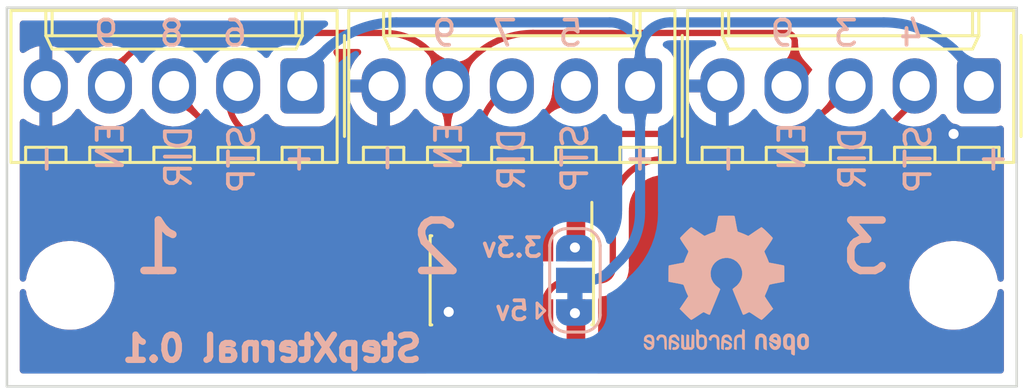
<source format=kicad_pcb>
(kicad_pcb (version 20240108) (generator "pcbnew") (generator_version "8.0")
  (layers (0 "F.Cu" signal) (31 "B.Cu" signal) (34 "B.Paste" user) (35 "F.Paste" user) (36 "B.SilkS" user "B.Silkscreen") (37 "F.SilkS" user "F.Silkscreen") (38 "B.Mask" user) (39 "F.Mask" user) (44 "Edge.Cuts" user))
  (net 0 "")
  (net 1 "+3V3")
  (net 2 "+5V")
  (net 3 "STP1")
  (net 4 "DIR1")
  (net 5 "STP2")
  (net 6 "DIR2")
  (net 7 "STP3")
  (net 8 "DIR3")
  (net 9 "EN")
  (net 10 "GND")
  (net 11 "+V")
  (footprint "MountingHole:MountingHole_2.5mm" (layer "F.Cu") (at 107.5 78.5)
    (property "Reference" "REF**" (hide yes))
    (property "Value" "MountingHole_2.5mm" (hide yes))
  )
  (footprint "Symbol:OSHW-Logo2_7.3x6mm_Copper" (layer "F.Cu") (at 134.5 77.5)
    (property "Reference" "REF**" (hide yes))
    (property "Value" "OSHW-Logo2_7.3x6mm_Copper" (hide yes))
  )
  (footprint "Connector_PinHeader_1.27mm:PinHeader_2x05_P1.27mm_Vertical_SMD" (layer "F.Cu") (at 125 78.3 -90)
    (property "Reference" "J1" (hide yes))
    (property "Value" "Conn_02x05_Odd_Even" (hide yes))
  )
  (footprint "Connector_Molex:Molex_KK-254_AE-6410-05A_1x05_P2.54mm_Vertical" (layer "F.Cu") (at 143.5 70.6 180)
    (property "Reference" "J2" (hide yes))
    (property "Value" "Conn_01x05_Male" (hide yes))
  )
  (footprint "MountingHole:MountingHole_2.5mm" (layer "F.Cu") (at 142.5 78.5)
    (property "Reference" "REF**" (hide yes))
    (property "Value" "MountingHole_2.5mm" (hide yes))
  )
  (footprint "Connector_Molex:Molex_KK-254_AE-6410-05A_1x05_P2.54mm_Vertical" (layer "F.Cu") (at 116.7 70.6 180)
    (property "Reference" "J4" (hide yes))
    (property "Value" "Conn_01x05_Male" (hide yes))
  )
  (footprint "Connector_Molex:Molex_KK-254_AE-6410-05A_1x05_P2.54mm_Vertical" (layer "F.Cu") (at 130.08 70.6 180)
    (property "Reference" "J3" (hide yes))
    (property "Value" "Conn_01x05_Male" (hide yes))
  )
  (footprint "Symbol:OSHW-Logo2_7.3x6mm_SilkScreen" (layer "B.Cu") (at 133.5 78.5 180)
    (property "Reference" "REF**" (hide yes))
    (property "Value" "OSHW-Logo2_7.3x6mm_SilkScreen" (hide yes))
  )
  (footprint "Jumper:SolderJumper-3_P1.3mm_Bridged12_RoundedPad1.0x1.5mm" (layer "B.Cu") (at 127.5 78.3 90)
    (property "Reference" "JP1" (hide yes))
    (property "Value" "SolderJumper_3_Bridged12" (hide yes))
  )
  (gr_line (start 145 67.5) (end 145 82.5) (stroke (width 0.1)) (layer "Edge.Cuts"))
  (gr_line (start 105 82.5) (end 105 67.5) (stroke (width 0.1)) (layer "Edge.Cuts"))
  (gr_line (start 105 67.5) (end 145 67.5) (stroke (width 0.1)) (layer "Edge.Cuts"))
  (gr_line (start 145 82.5) (end 105 82.5) (stroke (width 0.1)) (layer "Edge.Cuts"))
  (gr_text "5" (at 127.9 69.1 0) (layer "B.SilkS") (effects (font (size 1 1)) (justify left bottom mirror)))
  (gr_text "-" (at 106.5 73.5 90) (layer "B.SilkS") (effects (font (size 1 1)) (justify mirror)))
  (gr_text "6" (at 114.6 69.1 0) (layer "B.SilkS") (effects (font (size 1 1)) (justify left bottom mirror)))
  (gr_text "EN" (at 122.5 73 90) (layer "B.SilkS") (effects (font (size 1 1)) (justify mirror)))
  (gr_text "EN" (at 109.1 73 90) (layer "B.SilkS") (effects (font (size 1 1)) (justify mirror)))
  (gr_text "DIR" (at 138.5 73.463364 90) (layer "B.SilkS") (effects (font (size 1 1)) (justify mirror)))
  (gr_text "5v" (at 125 79.5 0) (layer "B.SilkS") (effects (font (size 0.75 0.75)) (justify mirror)))
  (gr_text "3" (at 138.8 69.1 0) (layer "B.SilkS") (effects (font (size 1 1)) (justify left bottom mirror)))
  (gr_text "StepXternal 0.1\n" (at 115.5 81 0) (layer "B.SilkS") (effects (font (size 1 1) (thickness 0.25)) (justify mirror)))
  (gr_text "+\n" (at 144 73.5 90) (layer "B.SilkS") (effects (font (size 1 1)) (justify mirror)))
  (gr_text "2" (at 122 77 0) (layer "B.SilkS") (effects (font (size 2 2) (thickness 0.3)) (justify mirror)))
  (gr_text "DIR" (at 111.8 73.4 90) (layer "B.SilkS") (effects (font (size 1 1)) (justify mirror)))
  (gr_text "-" (at 120 73.449847 90) (layer "B.SilkS") (effects (font (size 1 1)) (justify mirror)))
  (gr_text "9" (at 109.5 69.1 0) (layer "B.SilkS") (effects (font (size 1 1)) (justify left bottom mirror)))
  (gr_text "1" (at 111 77 0) (layer "B.SilkS") (effects (font (size 2 2) (thickness 0.3)) (justify mirror)))
  (gr_text "7" (at 125.3 69.1 0) (layer "B.SilkS") (effects (font (size 1 1)) (justify left bottom mirror)))
  (gr_text "+" (at 116.5 73.5 90) (layer "B.SilkS") (effects (font (size 1 1)) (justify mirror)))
  (gr_text "3" (at 139 77 0) (layer "B.SilkS") (effects (font (size 2 2) (thickness 0.3)) (justify mirror)))
  (gr_text "STP" (at 127.5 73.463364 90) (layer "B.SilkS") (effects (font (size 1 1)) (justify mirror)))
  (gr_text "3.3v" (at 125 77 0) (layer "B.SilkS") (effects (font (size 0.75 0.75)) (justify mirror)))
  (gr_text "STP" (at 114.3 73.5 90) (layer "B.SilkS") (effects (font (size 1 1)) (justify mirror)))
  (gr_text "DIR" (at 125 73.5 90) (layer "B.SilkS") (effects (font (size 1 1)) (justify mirror)))
  (gr_text "8" (at 112.1 69.1 0) (layer "B.SilkS") (effects (font (size 1 1)) (justify left bottom mirror)))
  (gr_text "EN" (at 136.1 73 90) (layer "B.SilkS") (effects (font (size 1 1)) (justify mirror)))
  (gr_text "STP" (at 141.1 73.5 90) (layer "B.SilkS") (effects (font (size 1 1)) (justify mirror)))
  (gr_text "9" (at 122.9 69.1 0) (layer "B.SilkS") (effects (font (size 1 1)) (justify left bottom mirror)))
  (gr_text "+" (at 130 73.5 90) (layer "B.SilkS") (effects (font (size 1 1)) (justify mirror)))
  (gr_text "-" (at 133.5 73.5 90) (layer "B.SilkS") (effects (font (size 1 1)) (justify mirror)))
  (gr_text "9" (at 136.3 69.1 0) (layer "B.SilkS") (effects (font (size 1 1)) (justify left bottom mirror)))
  (gr_text "4" (at 141.4 69.1 0) (layer "B.SilkS") (effects (font (size 1 1)) (justify left bottom mirror)))
  (segment (start 127.52 76.98) (end 127.5 77) (width 0.25) (layer "F.Cu") (net 1))
  (segment (start 127.54 76.931715) (end 127.54 76.35) (width 0.25) (layer "F.Cu") (net 1))
  (via (at 127.5 77) (size 0.8) (drill 0.4) (layers "F.Cu" "B.Cu") (net 1))
  (arc (start 127.52 76.98) (mid 127.534802 76.957846) (end 127.54 76.931715) (width 0.25) (layer "F.Cu") (net 1))
  (segment (start 127.52 79.62) (end 127.5 79.6) (width 0.25) (layer "F.Cu") (net 2))
  (segment (start 127.54 79.668284) (end 127.54 80.25) (width 0.25) (layer "F.Cu") (net 2))
  (via (at 127.5 79.6) (size 0.8) (drill 0.4) (layers "F.Cu" "B.Cu") (net 2))
  (arc (start 127.54 79.668284) (mid 127.534802 79.642152) (end 127.52 79.62) (width 0.25) (layer "F.Cu") (net 2))
  (segment (start 126.27 79.350705) (end 126.27 80.25) (width 0.25) (layer "F.Cu") (net 3))
  (segment (start 129 77.787867) (end 129 75.499998) (width 0.25) (layer "F.Cu") (net 3))
  (segment (start 138.943491 73.192225) (end 140.768168 71.367547) (width 0.25) (layer "F.Cu") (net 3))
  (segment (start 141 70.807858) (end 141 70.48) (width 0.25) (layer "F.Cu") (net 3))
  (segment (start 128.487867 78.3) (end 127.320705 78.3) (width 0.25) (layer "F.Cu") (net 3))
  (segment (start 138.200457 73.5) (end 130.999998 73.5) (width 0.25) (layer "F.Cu") (net 3))
  (arc (start 128.85 78.15) (mid 128.683852 78.261016) (end 128.487867 78.3) (width 0.25) (layer "F.Cu") (net 3))
  (arc (start 141 70.807858) (mid 140.939748 71.110759) (end 140.768168 71.367547) (width 0.25) (layer "F.Cu") (net 3))
  (arc (start 138.943491 73.192225) (mid 138.602584 73.420012) (end 138.200457 73.5) (width 0.25) (layer "F.Cu") (net 3))
  (arc (start 126.27 79.350705) (mid 126.34998 78.948617) (end 126.577744 78.607744) (width 0.25) (layer "F.Cu") (net 3))
  (arc (start 128.85 78.15) (mid 128.961016 77.983852) (end 129 77.787867) (width 0.25) (layer "F.Cu") (net 3))
  (arc (start 126.577744 78.607744) (mid 126.918617 78.37998) (end 127.320705 78.3) (width 0.25) (layer "F.Cu") (net 3))
  (arc (start 130.999998 73.5) (mid 129.585785 74.085785) (end 129 75.499998) (width 0.25) (layer "F.Cu") (net 3))
  (segment (start 126.27 76.35) (end 126.27 73.746187) (width 0.25) (layer "F.Cu") (net 4))
  (segment (start 138.4 70.6) (end 138.42 70.6) (width 0.25) (layer "F.Cu") (net 4))
  (segment (start 127.516187 72.5) (end 135.071644 72.5) (width 0.25) (layer "F.Cu") (net 4))
  (segment (start 137.51 71.49) (end 138.4 70.6) (width 0.25) (layer "F.Cu") (net 4))
  (arc (start 126.635 72.865) (mid 127.039292 72.59486) (end 127.516187 72.5) (width 0.25) (layer "F.Cu") (net 4))
  (arc (start 135.071644 72.5) (mid 136.391272 72.237509) (end 137.51 71.49) (width 0.25) (layer "F.Cu") (net 4))
  (arc (start 126.27 73.746187) (mid 126.36486 73.269292) (end 126.635 72.865) (width 0.25) (layer "F.Cu") (net 4))
  (segment (start 126.039432 71.983873) (end 127.423305 70.6) (width 0.25) (layer "F.Cu") (net 5))
  (segment (start 127.423305 70.6) (end 127.54 70.6) (width 0.25) (layer "F.Cu") (net 5))
  (segment (start 125 76.35) (end 125 74.685) (width 0.25) (layer "F.Cu") (net 5))
  (arc (start 125 74.685) (mid 125.269345 73.23834) (end 126.039432 71.983873) (width 0.25) (layer "F.Cu") (net 5))
  (segment (start 124.266081 71.216848) (end 124.882929 70.6) (width 0.25) (layer "F.Cu") (net 6))
  (segment (start 123.73 76.35) (end 123.73 72.648025) (width 0.25) (layer "F.Cu") (net 6))
  (segment (start 124.882929 70.6) (end 125 70.6) (width 0.25) (layer "F.Cu") (net 6))
  (arc (start 123.73 72.648025) (mid 123.868951 71.884334) (end 124.266081 71.216848) (width 0.25) (layer "F.Cu") (net 6))
  (segment (start 113.792106 71.259286) (end 113.792106 70.967894) (width 0.25) (layer "F.Cu") (net 7))
  (segment (start 118.734278 76.734278) (end 114.253154 72.253154) (width 0.25) (layer "F.Cu") (net 7))
  (segment (start 122.575908 78) (end 121.79 78) (width 0.25) (layer "F.Cu") (net 7))
  (segment (start 125 80.25) (end 125 79.835) (width 0.25) (layer "F.Cu") (net 7))
  (segment (start 113.792106 70.967894) (end 114.16 70.6) (width 0.25) (layer "F.Cu") (net 7))
  (segment (start 124.70655 79.12655) (end 124.29 78.71) (width 0.25) (layer "F.Cu") (net 7))
  (arc (start 114.253154 72.253154) (mid 113.935252 71.797031) (end 113.792106 71.259286) (width 0.25) (layer "F.Cu") (net 7))
  (arc (start 121.79 78) (mid 120.136255 77.671049) (end 118.734278 76.734278) (width 0.25) (layer "F.Cu") (net 7))
  (arc (start 124.29 78.71) (mid 123.503567 78.184522) (end 122.575908 78) (width 0.25) (layer "F.Cu") (net 7))
  (arc (start 125 79.835) (mid 124.923734 79.451589) (end 124.70655 79.12655) (width 0.25) (layer "F.Cu") (net 7))
  (segment (start 111.5 70.5) (end 111.5 71) (width 0.25) (layer "F.Cu") (net 8))
  (segment (start 123.39447 78.965448) (end 123.329511 78.900489) (width 0.25) (layer "F.Cu") (net 8))
  (segment (start 111.62 70.85) (end 111.62 70.6) (width 0.25) (layer "F.Cu") (net 8))
  (segment (start 117.97634 77.20634) (end 111.62 70.85) (width 0.25) (layer "F.Cu") (net 8))
  (segment (start 122.362645 78.5) (end 121.099511 78.5) (width 0.25) (layer "F.Cu") (net 8))
  (arc (start 123.329511 78.900489) (mid 122.885909 78.604083) (end 122.362645 78.5) (width 0.25) (layer "F.Cu") (net 8))
  (arc (start 121.099511 78.5) (mid 119.409262 78.163791) (end 117.97634 77.20634) (width 0.25) (layer "F.Cu") (net 8))
  (arc (start 123.73 79.775489) (mid 123.642798 79.337097) (end 123.39447 78.965448) (width 0.25) (layer "F.Cu") (net 8))
  (segment (start 136.209003 68.811427) (end 136.209003 70.270997) (width 0.25) (layer "F.Cu") (net 9))
  (segment (start 136.209003 70.270997) (end 135.88 70.6) (width 0.25) (layer "F.Cu") (net 9))
  (segment (start 122.643847 70.296152) (end 123.45 69.49) (width 0.25) (layer "F.Cu") (net 9))
  (segment (start 122.46 70.74) (end 122.46 76.35) (width 0.25) (layer "F.Cu") (net 9))
  (segment (start 122.276152 69.776152) (end 121.73 69.23) (width 0.25) (layer "F.Cu") (net 9))
  (segment (start 119.967624 68.5) (end 112.090071 68.5) (width 0.25) (layer "F.Cu") (net 9))
  (segment (start 125.840071 68.5) (end 135.851507 68.5) (width 0.25) (layer "F.Cu") (net 9))
  (segment (start 109.83594 69.357697) (end 109.08 70.113637) (width 0.25) (layer "F.Cu") (net 9))
  (segment (start 122.46 70.22) (end 122.46 70.74) (width 0.25) (layer "F.Cu") (net 9))
  (arc (start 122.46 70.22) (mid 122.526481 70.319497) (end 122.643847 70.296152) (width 0.25) (layer "F.Cu") (net 9))
  (arc (start 122.46 70.22) (mid 122.412219 69.979791) (end 122.276152 69.776152) (width 0.25) (layer "F.Cu") (net 9))
  (arc (start 121.73 69.23) (mid 120.921415 68.68972) (end 119.967624 68.5) (width 0.25) (layer "F.Cu") (net 9))
  (arc (start 112.090071 68.5) (mid 110.884669 68.722251) (end 109.83594 69.357697) (width 0.25) (layer "F.Cu") (net 9))
  (arc (start 135.851507 68.5) (mid 135.988696 68.527288) (end 136.105 68.605) (width 0.25) (layer "F.Cu") (net 9))
  (arc (start 123.45 69.49) (mid 124.546573 68.757292) (end 125.840071 68.5) (width 0.25) (layer "F.Cu") (net 9))
  (arc (start 136.105 68.605) (mid 136.17303 68.699935) (end 136.209003 68.811427) (width 0.25) (layer "F.Cu") (net 9))
  (arc (start 122.643847 70.296152) (mid 122.50778 70.499791) (end 122.46 70.74) (width 0.25) (layer "F.Cu") (net 9))
  (segment (start 122.46 79.618284) (end 122.46 80.25) (width 0.25) (layer "F.Cu") (net 10))
  (segment (start 122.48 79.57) (end 122.5 79.55) (width 0.25) (layer "F.Cu") (net 10))
  (via (at 122.5 79.55) (size 0.8) (drill 0.4) (layers "F.Cu" "B.Cu") (net 10))
  (via (at 142.5 72.5) (size 0.8) (drill 0.4) (layers "F.Cu" "B.Cu") (net 10))
  (arc (start 122.48 79.57) (mid 122.465197 79.592152) (end 122.46 79.618284) (width 0.25) (layer "F.Cu") (net 10))
  (segment (start 142.486124 69.139388) (end 143.5 70.153264) (width 0.4) (layer "B.Cu") (net 11))
  (segment (start 129.29 77.51) (end 128.853553 77.946446) (width 0.4) (layer "B.Cu") (net 11))
  (segment (start 130.08 71.68) (end 130.08 74.08) (width 0.4) (layer "B.Cu") (net 11))
  (segment (start 116.7 70.113264) (end 116.7 70.6) (width 0.4) (layer "B.Cu") (net 11))
  (segment (start 143.5 70.153264) (end 143.5 70.6) (width 0.4) (layer "B.Cu") (net 11))
  (segment (start 130.08 69.88) (end 130.08 71.08) (width 0.4) (layer "B.Cu") (net 11))
  (segment (start 117.673876 69.139388) (end 116.7 70.113264) (width 0.4) (layer "B.Cu") (net 11))
  (segment (start 130.08 69.28) (end 130.08 69.88) (width 0.4) (layer "B.Cu") (net 11))
  (segment (start 131.28 68.08) (end 139.732943 68.08) (width 0.4) (layer "B.Cu") (net 11))
  (segment (start 128 78.3) (end 127.5 78.3) (width 0.4) (layer "B.Cu") (net 11))
  (segment (start 130.08 74.08) (end 130.08 75.602771) (width 0.4) (layer "B.Cu") (net 11))
  (segment (start 128.88 68.08) (end 120.427056 68.08) (width 0.4) (layer "B.Cu") (net 11))
  (segment (start 130.08 71.68) (end 130.08 71.08) (width 0.4) (layer "B.Cu") (net 11))
  (arc (start 130.08 69.28) (mid 129.728528 68.431471) (end 128.88 68.08) (width 0.4) (layer "B.Cu") (net 11))
  (arc (start 128 78.3) (mid 128.461939 78.208114) (end 128.853553 77.946446) (width 0.4) (layer "B.Cu") (net 11))
  (arc (start 129.29 77.51) (mid 129.874685 76.634955) (end 130.08 75.602771) (width 0.4) (layer "B.Cu") (net 11))
  (arc (start 139.732943 68.08) (mid 141.207442 68.354549) (end 142.486124 69.139388) (width 0.4) (layer "B.Cu") (net 11))
  (arc (start 130.08 69.28) (mid 130.431471 68.431471) (end 131.28 68.08) (width 0.4) (layer "B.Cu") (net 11))
  (arc (start 120.427056 68.08) (mid 118.952557 68.354549) (end 117.673876 69.139388) (width 0.4) (layer "B.Cu") (net 11))
  (zone (net 9) (net_name "EN") (layer "F.Cu") (priority 16962) (connect_pads yes (clearance 0)) (min_thickness 0.0254) (fill yes (thermal_gap 0.508) (thermal_bridge_width 0.508))
    (polygon (pts (xy 122.585 72.22) (xy 122.595568 72.014469) (xy 122.6255 71.84594) (xy 122.672137 71.706325) (xy 122.73282 71.587536) (xy 122.804891 71.481484) (xy 122.88569 71.380083) (xy 122.97256 71.275244) (xy 123.06284 71.15888) (xy 123.153873 71.022902) (xy 123.243 70.859224) (xy 122.46 70.045) (xy 121.677 70.859224) (xy 121.766126 71.022902) (xy 121.857159 71.15888) (xy 121.947439 71.275244) (xy 122.034309 71.380083) (xy 122.115108 71.481484) (xy 122.187179 71.587536) (xy 122.247862 71.706325) (xy 122.294499 71.84594) (xy 122.324431 72.014469) (xy 122.335 72.22)))
  )
  (zone (net 1) (net_name "+3V3") (layer "F.Cu") (priority 16962) (connect_pads yes (clearance 0)) (min_thickness 0.0254) (fill yes (thermal_gap 0.508) (thermal_bridge_width 0.508))
    (polygon (pts (xy 127.415 76.35) (xy 127.412716 76.40228) (xy 127.406181 76.449249) (xy 127.395869 76.491305) (xy 127.382254 76.528849) (xy 127.365808 76.56228) (xy 127.347006 76.591998) (xy 127.326321 76.618402) (xy 127.304227 76.641893) (xy 127.281199 76.662869) (xy 127.257709 76.681732) (xy 127.480015 77.198998) (xy 127.800741 76.736269) (xy 127.779302 76.710868) (xy 127.758752 76.683966) (xy 127.739412 76.655024) (xy 127.721604 76.623503) (xy 127.705652 76.588863) (xy 127.691877 76.550565) (xy 127.680602 76.508069) (xy 127.672149 76.460835) (xy 127.666841 76.408326) (xy 127.665 76.35)))
  )
  (zone (net 9) (net_name "EN") (layer "F.Cu") (priority 16962) (connect_pads yes (clearance 0)) (min_thickness 0.0254) (fill yes (thermal_gap 0.508) (thermal_bridge_width 0.508))
    (polygon (pts (xy 109.604539 69.408684) (xy 109.519506 69.484422) (xy 109.435209 69.542447) (xy 109.351988 69.584836) (xy 109.270183 69.613663) (xy 109.190136 69.631004) (xy 109.112188 69.638935) (xy 109.036678 69.639531) (xy 108.963948 69.634868) (xy 108.894339 69.627021) (xy 108.828192 69.618066) (xy 108.402409 70.787591) (xy 109.571934 70.361808) (xy 109.562978 70.29566) (xy 109.555131 70.226051) (xy 109.550468 70.153321) (xy 109.551064 70.077811) (xy 109.558995 69.999863) (xy 109.576336 69.919816) (xy 109.605163 69.838011) (xy 109.647552 69.75479) (xy 109.705577 69.670493) (xy 109.781316 69.585461)))
  )
  (zone (net 5) (net_name "STP2") (layer "F.Cu") (priority 16962) (connect_pads yes (clearance 0)) (min_thickness 0.0254) (fill yes (thermal_gap 0.508) (thermal_bridge_width 0.508))
    (polygon (pts (xy 124.875 75.62) (xy 124.872201 75.703253) (xy 124.864124 75.773205) (xy 124.851249 75.832645) (xy 124.834053 75.884362) (xy 124.813017 75.931147) (xy 124.78862 75.975789) (xy 124.761341 76.021077) (xy 124.731658 76.069802) (xy 124.700051 76.124753) (xy 124.667 76.188721) (xy 125 76.535) (xy 125.333 76.188721) (xy 125.299948 76.124753) (xy 125.268341 76.069802) (xy 125.238658 76.021077) (xy 125.211379 75.975789) (xy 125.186982 75.931147) (xy 125.165946 75.884362) (xy 125.14875 75.832645) (xy 125.135875 75.773205) (xy 125.127798 75.703253) (xy 125.125 75.62)))
  )
  (zone (net 9) (net_name "EN") (layer "F.Cu") (priority 16962) (connect_pads yes (clearance 0)) (min_thickness 0.0254) (fill yes (thermal_gap 0.508) (thermal_bridge_width 0.508))
    (polygon (pts (xy 136.085 68.868492) (xy 136.07671 69.037771) (xy 136.053 69.181013) (xy 136.015607 69.302926) (xy 135.966266 69.408217) (xy 135.906717 69.501594) (xy 135.838694 69.587764) (xy 135.763936 69.671435) (xy 135.68418 69.757314) (xy 135.601161 69.850109) (xy 135.516619 69.954528) (xy 136.21 70.915) (xy 136.903381 69.954528) (xy 136.818838 69.850109) (xy 136.735819 69.757314) (xy 136.656063 69.671435) (xy 136.581305 69.587764) (xy 136.513282 69.501594) (xy 136.453733 69.408217) (xy 136.404392 69.302926) (xy 136.366999 69.181013) (xy 136.343289 69.037771) (xy 136.335 68.868492)))
  )
  (zone (net 9) (net_name "EN") (layer "F.Cu") (priority 16962) (connect_pads yes (clearance 0)) (min_thickness 0.0254) (fill yes (thermal_gap 0.508) (thermal_bridge_width 0.508))
    (polygon (pts (xy 123.36161 69.401613) (xy 123.276521 69.477635) (xy 123.192096 69.53642) (xy 123.108725 69.579912) (xy 123.0268 69.610054) (xy 122.946712 69.628789) (xy 122.868855 69.638062) (xy 122.793618 69.639816) (xy 122.721394 69.635995) (xy 122.652575 69.628542) (xy 122.587552 69.619402) (xy 122.152409 70.787591) (xy 123.320598 70.352448) (xy 123.311457 70.287424) (xy 123.304004 70.218605) (xy 123.300183 70.146381) (xy 123.301937 70.071144) (xy 123.31121 69.993287) (xy 123.329945 69.913199) (xy 123.360087 69.831274) (xy 123.403579 69.747903) (xy 123.462364 69.663478) (xy 123.538387 69.57839)))
  )
  (zone (net 8) (net_name "DIR3") (layer "F.Cu") (priority 16962) (connect_pads yes (clearance 0)) (min_thickness 0.0254) (fill yes (thermal_gap 0.508) (thermal_bridge_width 0.508))
    (polygon (pts (xy 112.561682 71.614905) (xy 112.424758 71.46297) (xy 112.327651 71.323364) (xy 112.262758 71.192288) (xy 112.222475 71.065943) (xy 112.199198 70.940531) (xy 112.185326 70.812251) (xy 112.173255 70.677306) (xy 112.155382 70.531897) (xy 112.124103 70.372223) (xy 112.071816 70.194488) (xy 110.942409 70.172409) (xy 110.964488 71.301816) (xy 111.142223 71.354103) (xy 111.301897 71.385382) (xy 111.447306 71.403255) (xy 111.582251 71.415326) (xy 111.710531 71.429198) (xy 111.835943 71.452475) (xy 111.962288 71.492758) (xy 112.093364 71.557651) (xy 112.23297 71.654758) (xy 112.384905 71.791682)))
  )
  (zone (net 7) (net_name "STP3") (layer "F.Cu") (priority 16962) (connect_pads yes (clearance 0)) (min_thickness 0.0254) (fill yes (thermal_gap 0.508) (thermal_bridge_width 0.508))
    (polygon (pts (xy 124.875 79.845) (xy 124.874382 79.855523) (xy 124.872693 79.865546) (xy 124.870173 79.874938) (xy 124.867067 79.883566) (xy 124.863616 79.891299) (xy 124.860065 79.898004) (xy 124.856655 79.903548) (xy 124.853629 79.907801) (xy 124.851231 79.910629) (xy 124.849703 79.911902) (xy 125 80.435) (xy 125.150297 79.911902) (xy 125.148768 79.910629) (xy 125.14637 79.907801) (xy 125.143344 79.903548) (xy 125.139934 79.898004) (xy 125.136383 79.891299) (xy 125.132932 79.883566) (xy 125.129826 79.874938) (xy 125.127306 79.865546) (xy 125.125617 79.855523) (xy 125.125 79.845)))
  )
  (zone (net 6) (net_name "DIR2") (layer "F.Cu") (priority 16962) (connect_pads yes (clearance 0)) (min_thickness 0.0254) (fill yes (thermal_gap 0.508) (thermal_bridge_width 0.508))
    (polygon (pts (xy 123.605 75.62) (xy 123.602201 75.703253) (xy 123.594124 75.773205) (xy 123.581249 75.832645) (xy 123.564053 75.884362) (xy 123.543017 75.931147) (xy 123.51862 75.975789) (xy 123.491341 76.021077) (xy 123.461658 76.069802) (xy 123.430051 76.124753) (xy 123.397 76.188721) (xy 123.73 76.535) (xy 124.063 76.188721) (xy 124.029948 76.124753) (xy 123.998341 76.069802) (xy 123.968658 76.021077) (xy 123.941379 75.975789) (xy 123.916982 75.931147) (xy 123.895946 75.884362) (xy 123.87875 75.832645) (xy 123.865875 75.773205) (xy 123.857798 75.703253) (xy 123.855 75.62)))
  )
  (zone (net 9) (net_name "EN") (layer "F.Cu") (priority 16962) (connect_pads yes (clearance 0)) (min_thickness 0.0254) (fill yes (thermal_gap 0.508) (thermal_bridge_width 0.508))
    (polygon (pts (xy 122.585 72.22) (xy 122.595568 72.014469) (xy 122.6255 71.84594) (xy 122.672137 71.706325) (xy 122.73282 71.587536) (xy 122.804891 71.481484) (xy 122.88569 71.380083) (xy 122.97256 71.275244) (xy 123.06284 71.15888) (xy 123.153873 71.022902) (xy 123.243 70.859224) (xy 122.46 70.045) (xy 121.677 70.859224) (xy 121.766126 71.022902) (xy 121.857159 71.15888) (xy 121.947439 71.275244) (xy 122.034309 71.380083) (xy 122.115108 71.481484) (xy 122.187179 71.587536) (xy 122.247862 71.706325) (xy 122.294499 71.84594) (xy 122.324431 72.014469) (xy 122.335 72.22)))
  )
  (zone (net 6) (net_name "DIR2") (layer "F.Cu") (priority 16962) (connect_pads yes (clearance 0)) (min_thickness 0.0254) (fill yes (thermal_gap 0.508) (thermal_bridge_width 0.508))
    (polygon (pts (xy 124.46046 71.196316) (xy 124.464653 71.192941) (xy 124.469243 71.190579) (xy 124.474036 71.189075) (xy 124.478837 71.188278) (xy 124.483452 71.188036) (xy 124.487687 71.188195) (xy 124.491348 71.188605) (xy 124.49424 71.189112) (xy 124.496169 71.189565) (xy 124.496942 71.189811) (xy 125.307591 70.172409) (xy 124.290189 70.983058) (xy 124.290434 70.98383) (xy 124.290887 70.985759) (xy 124.291394 70.988651) (xy 124.291804 70.992312) (xy 124.291963 70.996547) (xy 124.291721 71.001162) (xy 124.290924 71.005963) (xy 124.28942 71.010756) (xy 124.287058 71.015346) (xy 124.283684 71.01954)))
  )
  (zone (net 4) (net_name "DIR1") (layer "F.Cu") (priority 16962) (connect_pads yes (clearance 0)) (min_thickness 0.0254) (fill yes (thermal_gap 0.508) (thermal_bridge_width 0.508))
    (polygon (pts (xy 126.145 75.62) (xy 126.142201 75.703253) (xy 126.134124 75.773205) (xy 126.121249 75.832645) (xy 126.104053 75.884362) (xy 126.083017 75.931147) (xy 126.05862 75.975789) (xy 126.031341 76.021077) (xy 126.001658 76.069802) (xy 125.970051 76.124753) (xy 125.937 76.188721) (xy 126.27 76.535) (xy 126.603 76.188721) (xy 126.569948 76.124753) (xy 126.538341 76.069802) (xy 126.508658 76.021077) (xy 126.481379 75.975789) (xy 126.456982 75.931147) (xy 126.435946 75.884362) (xy 126.41875 75.832645) (xy 126.405875 75.773205) (xy 126.397798 75.703253) (xy 126.395 75.62)))
  )
  (zone (net 9) (net_name "EN") (layer "F.Cu") (priority 16962) (connect_pads yes (clearance 0)) (min_thickness 0.0254) (fill yes (thermal_gap 0.508) (thermal_bridge_width 0.508))
    (polygon (pts (xy 121.641612 69.318389) (xy 121.710894 69.398981) (xy 121.759816 69.479939) (xy 121.79065 69.560699) (xy 121.80567 69.640698) (xy 121.80715 69.71937) (xy 121.797362 69.796153) (xy 121.778582 69.870482) (xy 121.753081 69.941793) (xy 121.723135 70.009522) (xy 121.691016 70.073106) (xy 122.61058 70.888105) (xy 122.780404 69.671149) (xy 122.688093 69.636755) (xy 122.597753 69.605864) (xy 122.50832 69.575614) (xy 122.418732 69.543147) (xy 122.327925 69.505601) (xy 122.234836 69.460118) (xy 122.138401 69.403837) (xy 122.037556 69.333899) (xy 121.93124 69.247444) (xy 121.818389 69.141612)))
  )
  (zone (net 5) (net_name "STP2") (layer "F.Cu") (priority 16962) (connect_pads yes (clearance 0)) (min_thickness 0.0254) (fill yes (thermal_gap 0.508) (thermal_bridge_width 0.508))
    (polygon (pts (xy 126.405094 71.791682) (xy 126.557028 71.654758) (xy 126.696634 71.557651) (xy 126.82771 71.492758) (xy 126.954055 71.452474) (xy 127.079467 71.429198) (xy 127.207747 71.415326) (xy 127.342692 71.403255) (xy 127.488101 71.385381) (xy 127.647775 71.354103) (xy 127.825511 71.301816) (xy 127.847591 70.172409) (xy 126.718184 70.194487) (xy 126.665896 70.372223) (xy 126.634617 70.531896) (xy 126.616743 70.677306) (xy 126.604672 70.812251) (xy 126.5908 70.94053) (xy 126.567524 71.065943) (xy 126.52724 71.192287) (xy 126.462347 71.323363) (xy 126.36524 71.462969) (xy 126.228317 71.614905)))
  )
  (zone (net 9) (net_name "EN") (layer "F.Cu") (priority 16962) (connect_pads yes (clearance 0)) (min_thickness 0.0254) (fill yes (thermal_gap 0.508) (thermal_bridge_width 0.508))
    (polygon (pts (xy 121.641612 69.318389) (xy 121.710894 69.398981) (xy 121.759816 69.479939) (xy 121.79065 69.560699) (xy 121.80567 69.640698) (xy 121.80715 69.71937) (xy 121.797362 69.796153) (xy 121.778582 69.870482) (xy 121.753081 69.941793) (xy 121.723135 70.009522) (xy 121.691016 70.073106) (xy 122.61058 70.888105) (xy 122.780404 69.671149) (xy 122.688093 69.636755) (xy 122.597753 69.605864) (xy 122.50832 69.575614) (xy 122.418732 69.543147) (xy 122.327925 69.505601) (xy 122.234836 69.460118) (xy 122.138401 69.403837) (xy 122.037556 69.333899) (xy 121.93124 69.247444) (xy 121.818389 69.141612)))
  )
  (zone (net 4) (net_name "DIR1") (layer "F.Cu") (priority 16962) (connect_pads yes (clearance 0)) (min_thickness 0.0254) (fill yes (thermal_gap 0.508) (thermal_bridge_width 0.508))
    (polygon (pts (xy 137.498232 71.678545) (xy 137.64219 71.549505) (xy 137.775086 71.459365) (xy 137.900572 71.401475) (xy 138.022301 71.369181) (xy 138.143925 71.355834) (xy 138.269097 71.354781) (xy 138.401469 71.359372) (xy 138.544694 71.362953) (xy 138.702424 71.358875) (xy 138.878312 71.340485) (xy 139.109253 70.234721) (xy 137.995308 70.047174) (xy 137.906157 70.221829) (xy 137.844392 70.379861) (xy 137.801555 70.525069) (xy 137.769192 70.661256) (xy 137.738847 70.792221) (xy 137.702065 70.921766) (xy 137.650391 71.053693) (xy 137.575367 71.191801) (xy 137.468541 71.339892) (xy 137.321455 71.501768)))
  )
  (zone (net 2) (net_name "+5V") (layer "F.Cu") (priority 16962) (connect_pads yes (clearance 0)) (min_thickness 0.0254) (fill yes (thermal_gap 0.508) (thermal_bridge_width 0.508))
    (polygon (pts (xy 127.665 80.25) (xy 127.666841 80.191673) (xy 127.672149 80.139163) (xy 127.680602 80.09193) (xy 127.691877 80.049434) (xy 127.705652 80.011135) (xy 127.721605 79.976495) (xy 127.739412 79.944974) (xy 127.758753 79.916032) (xy 127.779303 79.889131) (xy 127.800742 79.86373) (xy 127.480015 79.401002) (xy 127.257709 79.918268) (xy 127.281199 79.93713) (xy 127.304228 79.958106) (xy 127.326321 79.981597) (xy 127.347006 80.008001) (xy 127.365808 80.037719) (xy 127.382254 80.07115) (xy 127.395869 80.108694) (xy 127.406181 80.15075) (xy 127.412716 80.197719) (xy 127.415 80.25)))
  )
  (zone (net 5) (net_name "STP2") (layer "F.Cu") (priority 16962) (connect_pads yes (clearance 0)) (min_thickness 0.0254) (fill yes (thermal_gap 0.508) (thermal_bridge_width 0.508))
    (polygon (pts (xy 126.405094 71.791682) (xy 126.557028 71.654758) (xy 126.696634 71.557651) (xy 126.82771 71.492758) (xy 126.954055 71.452474) (xy 127.079467 71.429198) (xy 127.207747 71.415326) (xy 127.342692 71.403255) (xy 127.488101 71.385381) (xy 127.647775 71.354103) (xy 127.825511 71.301816) (xy 127.847591 70.172409) (xy 126.718184 70.194487) (xy 126.665896 70.372223) (xy 126.634617 70.531896) (xy 126.616743 70.677306) (xy 126.604672 70.812251) (xy 126.5908 70.94053) (xy 126.567524 71.065943) (xy 126.52724 71.192287) (xy 126.462347 71.323363) (xy 126.36524 71.462969) (xy 126.228317 71.614905)))
  )
  (zone (net 4) (net_name "DIR1") (layer "F.Cu") (priority 16962) (connect_pads yes (clearance 0)) (min_thickness 0.0254) (fill yes (thermal_gap 0.508) (thermal_bridge_width 0.508))
    (polygon (pts (xy 137.498232 71.678545) (xy 137.64219 71.549505) (xy 137.775086 71.459365) (xy 137.900572 71.401475) (xy 138.022301 71.369181) (xy 138.143925 71.355834) (xy 138.269097 71.354781) (xy 138.401469 71.359372) (xy 138.544694 71.362953) (xy 138.702424 71.358875) (xy 138.878312 71.340485) (xy 139.109253 70.234721) (xy 137.995308 70.047174) (xy 137.906157 70.221829) (xy 137.844392 70.379861) (xy 137.801555 70.525069) (xy 137.769192 70.661256) (xy 137.738847 70.792221) (xy 137.702065 70.921766) (xy 137.650391 71.053693) (xy 137.575367 71.191801) (xy 137.468541 71.339892) (xy 137.321455 71.501768)))
  )
  (zone (net 9) (net_name "EN") (layer "F.Cu") (priority 16962) (connect_pads yes (clearance 0)) (min_thickness 0.0254) (fill yes (thermal_gap 0.508) (thermal_bridge_width 0.508))
    (polygon (pts (xy 136.085 68.868492) (xy 136.07671 69.037771) (xy 136.053 69.181013) (xy 136.015607 69.302926) (xy 135.966266 69.408217) (xy 135.906717 69.501594) (xy 135.838694 69.587764) (xy 135.763936 69.671435) (xy 135.68418 69.757314) (xy 135.601161 69.850109) (xy 135.516619 69.954528) (xy 136.21 70.915) (xy 136.903381 69.954528) (xy 136.818838 69.850109) (xy 136.735819 69.757314) (xy 136.656063 69.671435) (xy 136.581305 69.587764) (xy 136.513282 69.501594) (xy 136.453733 69.408217) (xy 136.404392 69.302926) (xy 136.366999 69.181013) (xy 136.343289 69.037771) (xy 136.335 68.868492)))
  )
  (zone (net 9) (net_name "EN") (layer "F.Cu") (priority 16962) (connect_pads yes (clearance 0)) (min_thickness 0.0254) (fill yes (thermal_gap 0.508) (thermal_bridge_width 0.508))
    (polygon (pts (xy 109.604539 69.408684) (xy 109.519506 69.484422) (xy 109.435209 69.542447) (xy 109.351988 69.584836) (xy 109.270183 69.613663) (xy 109.190136 69.631004) (xy 109.112188 69.638935) (xy 109.036678 69.639531) (xy 108.963948 69.634868) (xy 108.894339 69.627021) (xy 108.828192 69.618066) (xy 108.402409 70.787591) (xy 109.571934 70.361808) (xy 109.562978 70.29566) (xy 109.555131 70.226051) (xy 109.550468 70.153321) (xy 109.551064 70.077811) (xy 109.558995 69.999863) (xy 109.576336 69.919816) (xy 109.605163 69.838011) (xy 109.647552 69.75479) (xy 109.705577 69.670493) (xy 109.781316 69.585461)))
  )
  (zone (net 9) (net_name "EN") (layer "F.Cu") (priority 16962) (connect_pads yes (clearance 0)) (min_thickness 0.0254) (fill yes (thermal_gap 0.508) (thermal_bridge_width 0.508))
    (polygon (pts (xy 122.335 75.62) (xy 122.332201 75.703253) (xy 122.324124 75.773205) (xy 122.311249 75.832645) (xy 122.294053 75.884362) (xy 122.273017 75.931147) (xy 122.24862 75.975789) (xy 122.221341 76.021077) (xy 122.191658 76.069802) (xy 122.160051 76.124753) (xy 122.127 76.188721) (xy 122.46 76.535) (xy 122.793 76.188721) (xy 122.759948 76.124753) (xy 122.728341 76.069802) (xy 122.698658 76.021077) (xy 122.671379 75.975789) (xy 122.646982 75.931147) (xy 122.625946 75.884362) (xy 122.60875 75.832645) (xy 122.595875 75.773205) (xy 122.587798 75.703253) (xy 122.585 75.62)))
  )
  (zone (net 8) (net_name "DIR3") (layer "F.Cu") (priority 16962) (connect_pads yes (clearance 0)) (min_thickness 0.0254) (fill yes (thermal_gap 0.508) (thermal_bridge_width 0.508))
    (polygon (pts (xy 112.561682 71.614905) (xy 112.424758 71.46297) (xy 112.327651 71.323364) (xy 112.262758 71.192288) (xy 112.222475 71.065943) (xy 112.199198 70.940531) (xy 112.185326 70.812251) (xy 112.173255 70.677306) (xy 112.155382 70.531897) (xy 112.124103 70.372223) (xy 112.071816 70.194488) (xy 110.942409 70.172409) (xy 110.964488 71.301816) (xy 111.142223 71.354103) (xy 111.301897 71.385382) (xy 111.447306 71.403255) (xy 111.582251 71.415326) (xy 111.710531 71.429198) (xy 111.835943 71.452475) (xy 111.962288 71.492758) (xy 112.093364 71.557651) (xy 112.23297 71.654758) (xy 112.384905 71.791682)))
  )
  (zone (net 3) (net_name "STP1") (layer "F.Cu") (priority 16962) (connect_pads yes (clearance 0)) (min_thickness 0.0254) (fill yes (thermal_gap 0.508) (thermal_bridge_width 0.508))
    (polygon (pts (xy 126.145 79.52) (xy 126.142201 79.603253) (xy 126.134124 79.673205) (xy 126.121249 79.732645) (xy 126.104053 79.784362) (xy 126.083017 79.831147) (xy 126.05862 79.875789) (xy 126.031341 79.921077) (xy 126.001658 79.969802) (xy 125.970051 80.024753) (xy 125.937 80.088721) (xy 126.27 80.435) (xy 126.603 80.088721) (xy 126.569948 80.024753) (xy 126.538341 79.969802) (xy 126.508658 79.921077) (xy 126.481379 79.875789) (xy 126.456982 79.831147) (xy 126.435946 79.784362) (xy 126.41875 79.732645) (xy 126.405875 79.673205) (xy 126.397798 79.603253) (xy 126.395 79.52)))
  )
  (zone (net 9) (net_name "EN") (layer "F.Cu") (priority 16962) (connect_pads yes (clearance 0)) (min_thickness 0.0254) (fill yes (thermal_gap 0.508) (thermal_bridge_width 0.508))
    (polygon (pts (xy 123.36161 69.401613) (xy 123.276521 69.477635) (xy 123.192096 69.53642) (xy 123.108725 69.579912) (xy 123.0268 69.610054) (xy 122.946712 69.628789) (xy 122.868855 69.638062) (xy 122.793618 69.639816) (xy 122.721394 69.635995) (xy 122.652575 69.628542) (xy 122.587552 69.619402) (xy 122.152409 70.787591) (xy 123.320598 70.352448) (xy 123.311457 70.287424) (xy 123.304004 70.218605) (xy 123.300183 70.146381) (xy 123.301937 70.071144) (xy 123.31121 69.993287) (xy 123.329945 69.913199) (xy 123.360087 69.831274) (xy 123.403579 69.747903) (xy 123.462364 69.663478) (xy 123.538387 69.57839)))
  )
  (zone (net 10) (net_name "GND") (layers "F&B.Cu") (connect_pads (clearance 0.508)) (min_thickness 0.254) (fill yes (thermal_gap 0.508) (thermal_bridge_width 0.508))
    (polygon (pts (xy 145 82.5) (xy 105 82.5) (xy 105 67.5) (xy 145 67.5)))
  )
  (zone (net 11) (net_name "+V") (layer "B.Cu") (priority 16962) (connect_pads yes (clearance 0)) (min_thickness 0.0254) (fill yes (thermal_gap 0.508) (thermal_bridge_width 0.508))
    (polygon (pts (xy 130.28 72.21) (xy 130.28879 72.008979) (xy 130.313847 71.842349) (xy 130.353195 71.702707) (xy 130.404861 71.582654) (xy 130.466871 71.474788) (xy 130.537252 71.371708) (xy 130.614029 71.266013) (xy 130.695228 71.150301) (xy 130.778876 71.017171) (xy 130.863 70.859224) (xy 130.08 70.045) (xy 129.297 70.859224) (xy 129.381123 71.017171) (xy 129.464771 71.150301) (xy 129.54597 71.266013) (xy 129.622747 71.371708) (xy 129.693128 71.474788) (xy 129.755138 71.582654) (xy 129.806804 71.702707) (xy 129.846152 71.842349) (xy 129.871209 72.008979) (xy 129.88 72.21)))
  )
  (zone (net 11) (net_name "+V") (layer "B.Cu") (priority 16962) (connect_pads yes (clearance 0)) (min_thickness 0.0254) (fill yes (thermal_gap 0.508) (thermal_bridge_width 0.508))
    (polygon (pts (xy 117.381506 69.145651) (xy 117.24275 69.273248) (xy 117.115048 69.368952) (xy 116.995167 69.438208) (xy 116.879871 69.486464) (xy 116.765929 69.519168) (xy 116.650104 69.541766) (xy 116.529165 69.559706) (xy 116.399877 69.578436) (xy 116.259005 69.603401) (xy 116.103318 69.640051) (xy 116.022409 70.787591) (xy 117.169949 70.706682) (xy 117.206598 70.550994) (xy 117.231563 70.410122) (xy 117.250293 70.280834) (xy 117.268233 70.159895) (xy 117.290831 70.04407) (xy 117.323535 69.930128) (xy 117.371791 69.814832) (xy 117.441047 69.694951) (xy 117.536751 69.567249) (xy 117.664349 69.428494)))
  )
  (zone (net 11) (net_name "+V") (layer "B.Cu") (priority 16962) (connect_pads yes (clearance 0)) (min_thickness 0.0254) (fill yes (thermal_gap 0.508) (thermal_bridge_width 0.508))
    (polygon (pts (xy 129.88 69.29) (xy 129.875688 69.359574) (xy 129.863689 69.423507) (xy 129.8454 69.481688) (xy 129.822221 69.534009) (xy 129.795554 69.580359) (xy 129.766796 69.620629) (xy 129.737348 69.65471) (xy 129.70861 69.682492) (xy 129.681982 69.703866) (xy 129.658863 69.718723) (xy 130.08 70.915) (xy 130.501137 69.718723) (xy 130.478017 69.703866) (xy 130.451389 69.682492) (xy 130.422651 69.65471) (xy 130.393203 69.620629) (xy 130.364445 69.580359) (xy 130.337778 69.534009) (xy 130.314599 69.481688) (xy 130.29631 69.423507) (xy 130.284311 69.359574) (xy 130.28 69.29)))
  )
  (zone (net 11) (net_name "+V") (layer "B.Cu") (priority 16962) (connect_pads yes (clearance 0)) (min_thickness 0.0254) (fill yes (thermal_gap 0.508) (thermal_bridge_width 0.508))
    (polygon (pts (xy 117.381506 69.145651) (xy 117.24275 69.273248) (xy 117.115048 69.368952) (xy 116.995167 69.438208) (xy 116.879871 69.486464) (xy 116.765929 69.519168) (xy 116.650104 69.541766) (xy 116.529165 69.559706) (xy 116.399877 69.578436) (xy 116.259005 69.603401) (xy 116.103318 69.640051) (xy 116.022409 70.787591) (xy 117.169949 70.706682) (xy 117.206598 70.550994) (xy 117.231563 70.410122) (xy 117.250293 70.280834) (xy 117.268233 70.159895) (xy 117.290831 70.04407) (xy 117.323535 69.930128) (xy 117.371791 69.814832) (xy 117.441047 69.694951) (xy 117.536751 69.567249) (xy 117.664349 69.428494)))
  )
  (zone (net 11) (net_name "+V") (layer "B.Cu") (priority 16962) (connect_pads yes (clearance 0)) (min_thickness 0.0254) (fill yes (thermal_gap 0.508) (thermal_bridge_width 0.508))
    (polygon (pts (xy 142.495651 69.428494) (xy 142.623248 69.567249) (xy 142.718952 69.694951) (xy 142.788208 69.814832) (xy 142.836464 69.930128) (xy 142.869168 70.04407) (xy 142.891766 70.159895) (xy 142.909706 70.280834) (xy 142.928436 70.410122) (xy 142.953401 70.550994) (xy 142.990051 70.706682) (xy 144.137591 70.787591) (xy 144.056682 69.640051) (xy 143.900994 69.603401) (xy 143.760122 69.578436) (xy 143.630834 69.559706) (xy 143.509895 69.541766) (xy 143.39407 69.519168) (xy 143.280128 69.486464) (xy 143.164832 69.438208) (xy 143.044951 69.368952) (xy 142.917249 69.273248) (xy 142.778494 69.145651)))
  )
  (zone (net 11) (net_name "+V") (layer "B.Cu") (priority 16962) (connect_pads yes (clearance 0)) (min_thickness 0.0254) (fill yes (thermal_gap 0.508) (thermal_bridge_width 0.508))
    (polygon (pts (xy 129.88 69.29) (xy 129.875688 69.359574) (xy 129.863689 69.423507) (xy 129.8454 69.481688) (xy 129.822221 69.534009) (xy 129.795554 69.580359) (xy 129.766796 69.620629) (xy 129.737348 69.65471) (xy 129.70861 69.682492) (xy 129.681982 69.703866) (xy 129.658863 69.718723) (xy 130.08 70.915) (xy 130.501137 69.718723) (xy 130.478017 69.703866) (xy 130.451389 69.682492) (xy 130.422651 69.65471) (xy 130.393203 69.620629) (xy 130.364445 69.580359) (xy 130.337778 69.534009) (xy 130.314599 69.481688) (xy 130.29631 69.423507) (xy 130.284311 69.359574) (xy 130.28 69.29)))
  )
  (zone (net 11) (net_name "+V") (layer "B.Cu") (priority 16962) (connect_pads yes (clearance 0)) (min_thickness 0.0254) (fill yes (thermal_gap 0.508) (thermal_bridge_width 0.508))
    (polygon (pts (xy 130.28 72.21) (xy 130.28879 72.008979) (xy 130.313847 71.842349) (xy 130.353195 71.702707) (xy 130.404861 71.582654) (xy 130.466871 71.474788) (xy 130.537252 71.371708) (xy 130.614029 71.266013) (xy 130.695228 71.150301) (xy 130.778876 71.017171) (xy 130.863 70.859224) (xy 130.08 70.045) (xy 129.297 70.859224) (xy 129.381123 71.017171) (xy 129.464771 71.150301) (xy 129.54597 71.266013) (xy 129.622747 71.371708) (xy 129.693128 71.474788) (xy 129.755138 71.582654) (xy 129.806804 71.702707) (xy 129.846152 71.842349) (xy 129.871209 72.008979) (xy 129.88 72.21)))
  )
  (zone (net 11) (net_name "+V") (layer "B.Cu") (priority 16962) (connect_pads yes (clearance 0)) (min_thickness 0.0254) (fill yes (thermal_gap 0.508) (thermal_bridge_width 0.508))
    (polygon (pts (xy 142.495651 69.428494) (xy 142.623248 69.567249) (xy 142.718952 69.694951) (xy 142.788208 69.814832) (xy 142.836464 69.930128) (xy 142.869168 70.04407) (xy 142.891766 70.159895) (xy 142.909706 70.280834) (xy 142.928436 70.410122) (xy 142.953401 70.550994) (xy 142.990051 70.706682) (xy 144.137591 70.787591) (xy 144.056682 69.640051) (xy 143.900994 69.603401) (xy 143.760122 69.578436) (xy 143.630834 69.559706) (xy 143.509895 69.541766) (xy 143.39407 69.519168) (xy 143.280128 69.486464) (xy 143.164832 69.438208) (xy 143.044951 69.368952) (xy 142.917249 69.273248) (xy 142.778494 69.145651)))
  )
)
</source>
